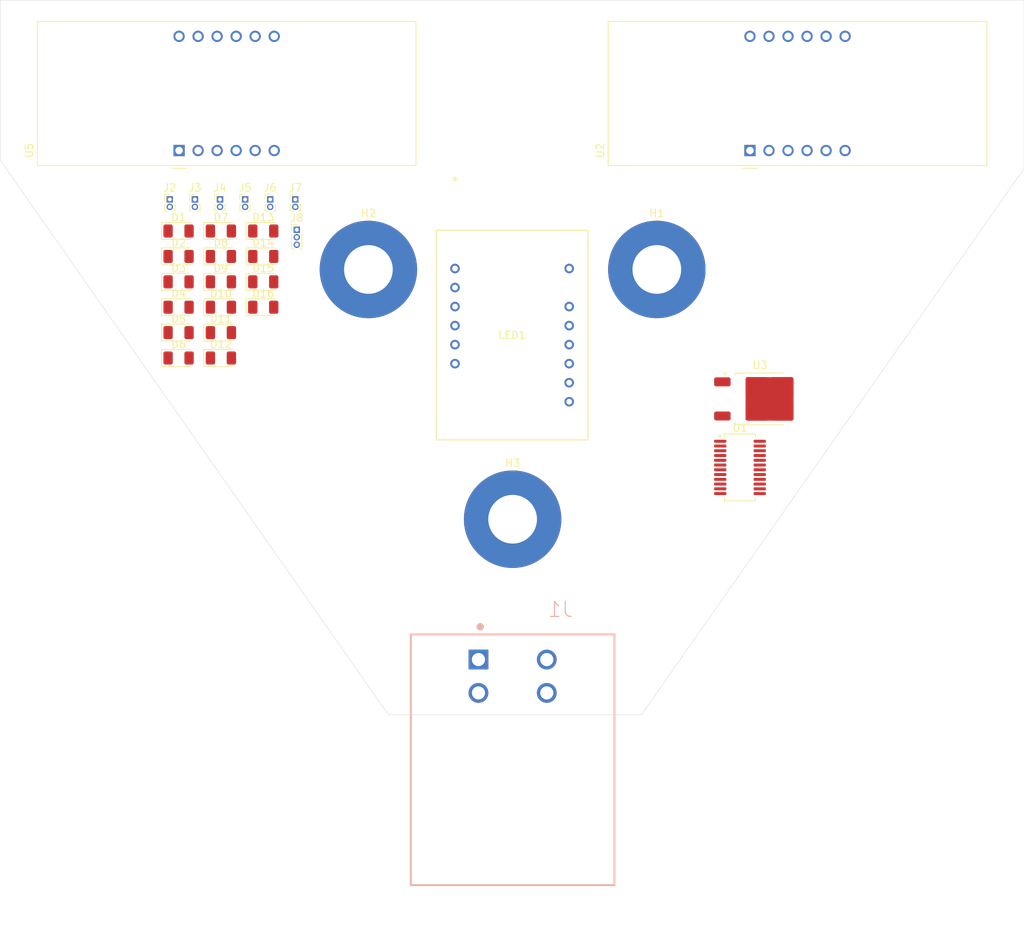
<source format=kicad_pcb>
(kicad_pcb (version 20240108) (generator "pcbnew") (generator_version "8.0")
  (layers (0 "F.Cu" signal) (31 "B.Cu" signal) (34 "B.Paste" user) (35 "F.Paste" user) (36 "B.SilkS" user "B.Silkscreen") (37 "F.SilkS" user "F.Silkscreen") (38 "B.Mask" user) (39 "F.Mask" user) (44 "Edge.Cuts" user))
  (net 0 "")
  (net 1 "/SEGE")
  (net 2 "+3.3V")
  (net 3 "/SEGDP")
  (net 5 "GND")
  (net 7 "/SEGD")
  (net 8 "/SEGC")
  (net 11 "/SEGB")
  (net 13 "/SEGF")
  (net 14 "/DIG0")
  (net 16 "/SEGG")
  (net 17 "/SEGA")
  (net 21 "Net-(D1-K)")
  (net 22 "+GLV")
  (net 23 "Net-(D15-A)")
  (net 24 "Net-(D14-A)")
  (net 25 "Net-(D13-A)")
  (net 26 "Net-(D12-A)")
  (net 27 "Net-(D11-A)")
  (net 28 "Net-(D10-A)")
  (net 29 "Net-(D8-K)")
  (net 30 "/RPM_IND7")
  (net 31 "/RPM_IND6")
  (net 32 "/RPM_IND5")
  (net 33 "/RPM_IND4")
  (net 34 "/RPM_IND3")
  (net 35 "/RPM_IND2")
  (net 36 "/RPM_IND1")
  (net 37 "/RPM_IND0")
  (net 38 "/CANH")
  (net 39 "/CANL")
  (net 55 "/DIG6")
  (net 56 "/DIG7")
  (net 57 "/DIG2")
  (net 58 "/DIG4")
  (net 59 "/DIG1")
  (net 60 "/DIG3")
  (net 61 "/DIG5")
  (footprint "LED_SMD:LED_1206_3216Metric" (layer "F.Cu") (at 82.801 99.578)
    (property "Reference" "D12" (at 0 -1.82 0) (layer "F.SilkS"))
    (property "Value" "LED")
    (fp_line (start -2.285 -1.135) (end -2.285 1.135) (stroke (width 0.12)) (layer "F.SilkS"))
    (fp_line (start -2.285 1.135) (end 1.6 1.135) (stroke (width 0.12)) (layer "F.SilkS"))
    (fp_line (start 1.6 -1.135) (end -2.285 -1.135) (stroke (width 0.12)) (layer "F.SilkS"))
    (pad "1" smd roundrect (at -1.4 0) (size 1.25 1.75) (layers "F.Cu" "F.Paste" "F.Mask") (roundrect_rratio 0.2) (net 33 "/RPM_IND4"))
    (pad "2" smd roundrect (at 1.4 0) (size 1.25 1.75) (layers "F.Cu" "F.Paste" "F.Mask") (roundrect_rratio 0.2) (net 26 "Net-(D12-A)"))
  )
  (footprint "Display_7Segment:CC56-12GWA" (layer "F.Cu") (at 77.216 71.882 90)
    (property "Reference" "U5" (at 0 -20.000001 90) (layer "F.SilkS"))
    (property "Value" "CC56-12GWA")
    (fp_line (start -2 -18.92) (end 17.24 -18.92) (stroke (width 0.12)) (layer "F.SilkS"))
    (fp_line (start -2 -18.92) (end -2 31.62) (stroke (width 0.12)) (layer "F.SilkS"))
    (fp_line (start -2.38 -1) (end -2.38 1) (stroke (width 0.12)) (layer "F.SilkS"))
    (fp_line (start 17.239999 31.62) (end 17.24 -18.92) (stroke (width 0.12)) (layer "F.SilkS"))
    (fp_line (start -2 31.62) (end 17.239999 31.62) (stroke (width 0.12)) (layer "F.SilkS"))
    (pad "1" thru_hole rect (at 0 0 90) (size 1.5 1.5) (drill 1) (layers "*.Cu" "*.Mask") (net 1 "/SEGE"))
    (pad "2" thru_hole circle (at 0 2.54 90) (size 1.5 1.5) (drill 1) (layers "*.Cu" "*.Mask") (net 7 "/SEGD"))
    (pad "3" thru_hole circle (at 0 5.079999 90) (size 1.5 1.5) (drill 1) (layers "*.Cu" "*.Mask") (net 3 "/SEGDP"))
    (pad "4" thru_hole circle (at 0 7.62 90) (size 1.5 1.5) (drill 1) (layers "*.Cu" "*.Mask") (net 8 "/SEGC"))
    (pad "5" thru_hole circle (at 0 10.16 90) (size 1.5 1.5) (drill 1) (layers "*.Cu" "*.Mask") (net 16 "/SEGG"))
    (pad "6" thru_hole circle (at 0 12.7 90) (size 1.5 1.5) (drill 1) (layers "*.Cu" "*.Mask") (net 60 "/DIG3"))
    (pad "7" thru_hole circle (at 15.24 12.7 90) (size 1.5 1.5) (drill 1) (layers "*.Cu" "*.Mask") (net 11 "/SEGB"))
    (pad "8" thru_hole circle (at 15.24 10.16 90) (size 1.5 1.5) (drill 1) (layers "*.Cu" "*.Mask") (net 57 "/DIG2"))
    (pad "9" thru_hole circle (at 15.24 7.62 90) (size 1.5 1.5) (drill 1) (layers "*.Cu" "*.Mask") (net 59 "/DIG1"))
    (pad "10" thru_hole circle (at 15.24 5.08 90) (size 1.5 1.5) (drill 1) (layers "*.Cu" "*.Mask") (net 13 "/SEGF"))
    (pad "11" thru_hole circle (at 15.24 2.54 90) (size 1.5 1.5) (drill 1) (layers "*.Cu" "*.Mask") (net 17 "/SEGA"))
    (pad "12" thru_hole circle (at 15.24 0 90) (size 1.5 1.5) (drill 1) (layers "*.Cu" "*.Mask") (net 14 "/DIG0"))
  )
  (footprint "Connector_PinHeader_1.00mm:PinHeader_1x02_P1.00mm_Vertical" (layer "F.Cu") (at 86.031 78.408)
    (property "Reference" "J5" (at 0 -1.56 0) (layer "F.SilkS"))
    (property "Value" "Start Button")
    (fp_line (start -0.695 -0.685) (end 0 -0.685) (stroke (width 0.12)) (layer "F.SilkS"))
    (fp_line (start -0.695 0) (end -0.695 -0.685) (stroke (width 0.12)) (layer "F.SilkS"))
    (fp_line (start -0.695 0.685) (end -0.695 1.56) (stroke (width 0.12)) (layer "F.SilkS"))
    (fp_line (start -0.695 0.685) (end -0.608276 0.685) (stroke (width 0.12)) (layer "F.SilkS"))
    (fp_line (start -0.695 1.56) (end -0.394493 1.56) (stroke (width 0.12)) (layer "F.SilkS"))
    (fp_line (start 0.394493 1.56) (end 0.695 1.56) (stroke (width 0.12)) (layer "F.SilkS"))
    (fp_line (start 0.608276 0.685) (end 0.695 0.685) (stroke (width 0.12)) (layer "F.SilkS"))
    (fp_line (start 0.695 0.685) (end 0.695 1.56) (stroke (width 0.12)) (layer "F.SilkS"))
    (pad "1" thru_hole rect (at 0 0) (size 0.85 0.85) (drill 0.5) (layers "*.Cu" "*.Mask"))
    (pad "2" thru_hole oval (at 0 1) (size 0.85 0.85) (drill 0.5) (layers "*.Cu" "*.Mask"))
  )
  (footprint "MountingHole:MountingHole_6.5mm_Pad" (layer "F.Cu") (at 102.489 87.757)
    (property "Reference" "H2" (at 0 -7.5 0) (layer "F.SilkS"))
    (property "Value" "MountingHole_Pad")
    (pad "1" thru_hole circle (at 0 0) (size 13 13) (drill 6.5) (layers "*.Cu" "*.Mask") (net 5 "GND"))
  )
  (footprint "LED_SMD:LED_1206_3216Metric" (layer "F.Cu") (at 77.151 89.408)
    (property "Reference" "D3" (at 0 -1.82 0) (layer "F.SilkS"))
    (property "Value" "LED")
    (fp_line (start -2.285 -1.135) (end -2.285 1.135) (stroke (width 0.12)) (layer "F.SilkS"))
    (fp_line (start -2.285 1.135) (end 1.6 1.135) (stroke (width 0.12)) (layer "F.SilkS"))
    (fp_line (start 1.6 -1.135) (end -2.285 -1.135) (stroke (width 0.12)) (layer "F.SilkS"))
    (pad "1" smd roundrect (at -1.4 0) (size 1.25 1.75) (layers "F.Cu" "F.Paste" "F.Mask") (roundrect_rratio 0.2) (net 24 "Net-(D14-A)"))
    (pad "2" smd roundrect (at 1.4 0) (size 1.25 1.75) (layers "F.Cu" "F.Paste" "F.Mask") (roundrect_rratio 0.2) (net 22 "+GLV"))
  )
  (footprint "LED_SMD:LED_1206_3216Metric" (layer "F.Cu") (at 88.451 82.628)
    (property "Reference" "D13" (at 0 -1.82 0) (layer "F.SilkS"))
    (property "Value" "LED")
    (fp_line (start -2.285 -1.135) (end -2.285 1.135) (stroke (width 0.12)) (layer "F.SilkS"))
    (fp_line (start -2.285 1.135) (end 1.6 1.135) (stroke (width 0.12)) (layer "F.SilkS"))
    (fp_line (start 1.6 -1.135) (end -2.285 -1.135) (stroke (width 0.12)) (layer "F.SilkS"))
    (pad "1" smd roundrect (at -1.4 0) (size 1.25 1.75) (layers "F.Cu" "F.Paste" "F.Mask") (roundrect_rratio 0.2) (net 34 "/RPM_IND3"))
    (pad "2" smd roundrect (at 1.4 0) (size 1.25 1.75) (layers "F.Cu" "F.Paste" "F.Mask") (roundrect_rratio 0.2) (net 25 "Net-(D13-A)"))
  )
  (footprint "Display_7Segment:CC56-12GWA" (layer "F.Cu") (at 153.416 71.882 90)
    (property "Reference" "U2" (at 0 -20.000001 90) (layer "F.SilkS"))
    (property "Value" "CC56-12GWA")
    (fp_line (start -2 -18.92) (end 17.24 -18.92) (stroke (width 0.12)) (layer "F.SilkS"))
    (fp_line (start -2 -18.92) (end -2 31.62) (stroke (width 0.12)) (layer "F.SilkS"))
    (fp_line (start -2.38 -1) (end -2.38 1) (stroke (width 0.12)) (layer "F.SilkS"))
    (fp_line (start 17.239999 31.62) (end 17.24 -18.92) (stroke (width 0.12)) (layer "F.SilkS"))
    (fp_line (start -2 31.62) (end 17.239999 31.62) (stroke (width 0.12)) (layer "F.SilkS"))
    (pad "1" thru_hole rect (at 0 0 90) (size 1.5 1.5) (drill 1) (layers "*.Cu" "*.Mask") (net 1 "/SEGE"))
    (pad "2" thru_hole circle (at 0 2.54 90) (size 1.5 1.5) (drill 1) (layers "*.Cu" "*.Mask") (net 7 "/SEGD"))
    (pad "3" thru_hole circle (at 0 5.079999 90) (size 1.5 1.5) (drill 1) (layers "*.Cu" "*.Mask") (net 3 "/SEGDP"))
    (pad "4" thru_hole circle (at 0 7.62 90) (size 1.5 1.5) (drill 1) (layers "*.Cu" "*.Mask") (net 8 "/SEGC"))
    (pad "5" thru_hole circle (at 0 10.16 90) (size 1.5 1.5) (drill 1) (layers "*.Cu" "*.Mask") (net 16 "/SEGG"))
    (pad "6" thru_hole circle (at 0 12.7 90) (size 1.5 1.5) (drill 1) (layers "*.Cu" "*.Mask") (net 56 "/DIG7"))
    (pad "7" thru_hole circle (at 15.24 12.7 90) (size 1.5 1.5) (drill 1) (layers "*.Cu" "*.Mask") (net 11 "/SEGB"))
    (pad "8" thru_hole circle (at 15.24 10.16 90) (size 1.5 1.5) (drill 1) (layers "*.Cu" "*.Mask") (net 55 "/DIG6"))
    (pad "9" thru_hole circle (at 15.24 7.62 90) (size 1.5 1.5) (drill 1) (layers "*.Cu" "*.Mask") (net 61 "/DIG5"))
    (pad "10" thru_hole circle (at 15.24 5.08 90) (size 1.5 1.5) (drill 1) (layers "*.Cu" "*.Mask") (net 13 "/SEGF"))
    (pad "11" thru_hole circle (at 15.24 2.54 90) (size 1.5 1.5) (drill 1) (layers "*.Cu" "*.Mask") (net 17 "/SEGA"))
    (pad "12" thru_hole circle (at 15.24 0 90) (size 1.5 1.5) (drill 1) (layers "*.Cu" "*.Mask") (net 58 "/DIG4"))
  )
  (footprint "Connector_PinHeader_1.00mm:PinHeader_1x02_P1.00mm_Vertical" (layer "F.Cu") (at 75.981 78.408)
    (property "Reference" "J2" (at 0 -1.56 0) (layer "F.SilkS"))
    (property "Value" "Upshift Paddle")
    (fp_line (start -0.695 -0.685) (end 0 -0.685) (stroke (width 0.12)) (layer "F.SilkS"))
    (fp_line (start -0.695 0) (end -0.695 -0.685) (stroke (width 0.12)) (layer "F.SilkS"))
    (fp_line (start -0.695 0.685) (end -0.695 1.56) (stroke (width 0.12)) (layer "F.SilkS"))
    (fp_line (start -0.695 0.685) (end -0.608276 0.685) (stroke (width 0.12)) (layer "F.SilkS"))
    (fp_line (start -0.695 1.56) (end -0.394493 1.56) (stroke (width 0.12)) (layer "F.SilkS"))
    (fp_line (start 0.394493 1.56) (end 0.695 1.56) (stroke (width 0.12)) (layer "F.SilkS"))
    (fp_line (start 0.608276 0.685) (end 0.695 0.685) (stroke (width 0.12)) (layer "F.SilkS"))
    (fp_line (start 0.695 0.685) (end 0.695 1.56) (stroke (width 0.12)) (layer "F.SilkS"))
    (pad "1" thru_hole rect (at 0 0) (size 0.85 0.85) (drill 0.5) (layers "*.Cu" "*.Mask"))
    (pad "2" thru_hole oval (at 0 1) (size 0.85 0.85) (drill 0.5) (layers "*.Cu" "*.Mask"))
  )
  (footprint "LED_SMD:LED_1206_3216Metric" (layer "F.Cu") (at 82.801 82.628)
    (property "Reference" "D7" (at 0 -1.82 0) (layer "F.SilkS"))
    (property "Value" "LED")
    (fp_line (start -2.285 -1.135) (end -2.285 1.135) (stroke (width 0.12)) (layer "F.SilkS"))
    (fp_line (start -2.285 1.135) (end 1.6 1.135) (stroke (width 0.12)) (layer "F.SilkS"))
    (fp_line (start 1.6 -1.135) (end -2.285 -1.135) (stroke (width 0.12)) (layer "F.SilkS"))
    (pad "1" smd roundrect (at -1.4 0) (size 1.25 1.75) (layers "F.Cu" "F.Paste" "F.Mask") (roundrect_rratio 0.2) (net 28 "Net-(D10-A)"))
    (pad "2" smd roundrect (at 1.4 0) (size 1.25 1.75) (layers "F.Cu" "F.Paste" "F.Mask") (roundrect_rratio 0.2) (net 22 "+GLV"))
  )
  (footprint "Connector_PinHeader_1.00mm:PinHeader_1x03_P1.00mm_Vertical" (layer "F.Cu") (at 92.931 82.458)
    (property "Reference" "J8" (at 0 -1.56 0) (layer "F.SilkS"))
    (property "Value" "Selection Knob")
    (fp_line (start -0.695 -0.685) (end 0 -0.685) (stroke (width 0.12)) (layer "F.SilkS"))
    (fp_line (start -0.695 0) (end -0.695 -0.685) (stroke (width 0.12)) (layer "F.SilkS"))
    (fp_line (start -0.695 0.685) (end -0.695 2.56) (stroke (width 0.12)) (layer "F.SilkS"))
    (fp_line (start -0.695 0.685) (end -0.608276 0.685) (stroke (width 0.12)) (layer "F.SilkS"))
    (fp_line (start -0.695 2.56) (end -0.394493 2.56) (stroke (width 0.12)) (layer "F.SilkS"))
    (fp_line (start 0.394493 2.56) (end 0.695 2.56) (stroke (width 0.12)) (layer "F.SilkS"))
    (fp_line (start 0.608276 0.685) (end 0.695 0.685) (stroke (width 0.12)) (layer "F.SilkS"))
    (fp_line (start 0.695 0.685) (end 0.695 2.56) (stroke (width 0.12)) (layer "F.SilkS"))
    (pad "1" thru_hole rect (at 0 0) (size 0.85 0.85) (drill 0.5) (layers "*.Cu" "*.Mask"))
    (pad "2" thru_hole oval (at 0 1) (size 0.85 0.85) (drill 0.5) (layers "*.Cu" "*.Mask"))
    (pad "3" thru_hole oval (at 0 2) (size 0.85 0.85) (drill 0.5) (layers "*.Cu" "*.Mask"))
  )
  (footprint "Connector_PinHeader_1.00mm:PinHeader_1x02_P1.00mm_Vertical" (layer "F.Cu") (at 92.731 78.408)
    (property "Reference" "J7" (at 0 -1.56 0) (layer "F.SilkS"))
    (property "Value" "Unused Button 2")
    (fp_line (start -0.695 -0.685) (end 0 -0.685) (stroke (width 0.12)) (layer "F.SilkS"))
    (fp_line (start -0.695 0) (end -0.695 -0.685) (stroke (width 0.12)) (layer "F.SilkS"))
    (fp_line (start -0.695 0.685) (end -0.695 1.56) (stroke (width 0.12)) (layer "F.SilkS"))
    (fp_line (start -0.695 0.685) (end -0.608276 0.685) (stroke (width 0.12)) (layer "F.SilkS"))
    (fp_line (start -0.695 1.56) (end -0.394493 1.56) (stroke (width 0.12)) (layer "F.SilkS"))
    (fp_line (start 0.394493 1.56) (end 0.695 1.56) (stroke (width 0.12)) (layer "F.SilkS"))
    (fp_line (start 0.608276 0.685) (end 0.695 0.685) (stroke (width 0.12)) (layer "F.SilkS"))
    (fp_line (start 0.695 0.685) (end 0.695 1.56) (stroke (width 0.12)) (layer "F.SilkS"))
    (pad "1" thru_hole rect (at 0 0) (size 0.85 0.85) (drill 0.5) (layers "*.Cu" "*.Mask"))
    (pad "2" thru_hole oval (at 0 1) (size 0.85 0.85) (drill 0.5) (layers "*.Cu" "*.Mask"))
  )
  (footprint "LDS_C814RI:LDS-C814RI_LUM" (layer "F.Cu") (at 114.046 87.63)
    (property "Reference" "LED1" (at 7.62 8.89 0) (layer "F.SilkS"))
    (property "Value" "LDS-C814RI")
    (fp_line (start -2.5019 -5.0927) (end -2.5019 22.8727) (stroke (width 0.1524)) (layer "F.SilkS"))
    (fp_line (start -2.5019 22.8727) (end 17.7419 22.8727) (stroke (width 0.1524)) (layer "F.SilkS"))
    (fp_line (start 17.7419 -5.0927) (end -2.5019 -5.0927) (stroke (width 0.1524)) (layer "F.SilkS"))
    (fp_line (start 17.7419 22.8727) (end 17.7419 -5.0927) (stroke (width 0.1524)) (layer "F.SilkS"))
    (fp_text user "*" (at 0 -11.624734 0) (layer "F.SilkS"))
    (fp_text user "*" (at 0 -11.624734 0) (layer "F.SilkS"))
    (pad "1" thru_hole circle (at 0 0) (size 1.27 1.27) (drill 0.762) (layers "*.Cu" "*.Mask"))
    (pad "2" thru_hole circle (at 0 2.54) (size 1.27 1.27) (drill 0.762) (layers "*.Cu" "*.Mask"))
    (pad "3" thru_hole circle (at 0 5.08) (size 1.27 1.27) (drill 0.762) (layers "*.Cu" "*.Mask"))
    (pad "4" thru_hole circle (at 0 7.62) (size 1.27 1.27) (drill 0.762) (layers "*.Cu" "*.Mask"))
    (pad "5" thru_hole circle (at 0 10.16) (size 1.27 1.27) (drill 0.762) (layers "*.Cu" "*.Mask"))
    (pad "6" thru_hole circle (at 0 12.7) (size 1.27 1.27) (drill 0.762) (layers "*.Cu" "*.Mask"))
    (pad "9" thru_hole circle (at 15.24 17.78) (size 1.27 1.27) (drill 0.762) (layers "*.Cu" "*.Mask"))
    (pad "10" thru_hole circle (at 15.24 15.24) (size 1.27 1.27) (drill 0.762) (layers "*.Cu" "*.Mask"))
    (pad "11" thru_hole circle (at 15.24 12.7) (size 1.27 1.27) (drill 0.762) (layers "*.Cu" "*.Mask"))
    (pad "12" thru_hole circle (at 15.24 10.16) (size 1.27 1.27) (drill 0.762) (layers "*.Cu" "*.Mask"))
    (pad "13" thru_hole circle (at 15.24 7.62) (size 1.27 1.27) (drill 0.762) (layers "*.Cu" "*.Mask"))
    (pad "14" thru_hole circle (at 15.24 5.08) (size 1.27 1.27) (drill 0.762) (layers "*.Cu" "*.Mask"))
    (pad "16" thru_hole circle (at 15.24 0) (size 1.27 1.27) (drill 0.762) (layers "*.Cu" "*.Mask"))
  )
  (footprint "LED_SMD:LED_1206_3216Metric" (layer "F.Cu") (at 88.451 86.018)
    (property "Reference" "D14" (at 0 -1.82 0) (layer "F.SilkS"))
    (property "Value" "LED")
    (fp_line (start -2.285 -1.135) (end -2.285 1.135) (stroke (width 0.12)) (layer "F.SilkS"))
    (fp_line (start -2.285 1.135) (end 1.6 1.135) (stroke (width 0.12)) (layer "F.SilkS"))
    (fp_line (start 1.6 -1.135) (end -2.285 -1.135) (stroke (width 0.12)) (layer "F.SilkS"))
    (pad "1" smd roundrect (at -1.4 0) (size 1.25 1.75) (layers "F.Cu" "F.Paste" "F.Mask") (roundrect_rratio 0.2) (net 35 "/RPM_IND2"))
    (pad "2" smd roundrect (at 1.4 0) (size 1.25 1.75) (layers "F.Cu" "F.Paste" "F.Mask") (roundrect_rratio 0.2) (net 24 "Net-(D14-A)"))
  )
  (footprint "LED_SMD:LED_1206_3216Metric" (layer "F.Cu") (at 77.151 82.628)
    (property "Reference" "D1" (at 0 -1.82 0) (layer "F.SilkS"))
    (property "Value" "LED")
    (fp_line (start -2.285 -1.135) (end -2.285 1.135) (stroke (width 0.12)) (layer "F.SilkS"))
    (fp_line (start -2.285 1.135) (end 1.6 1.135) (stroke (width 0.12)) (layer "F.SilkS"))
    (fp_line (start 1.6 -1.135) (end -2.285 -1.135) (stroke (width 0.12)) (layer "F.SilkS"))
    (pad "1" smd roundrect (at -1.4 0) (size 1.25 1.75) (layers "F.Cu" "F.Paste" "F.Mask") (roundrect_rratio 0.2) (net 21 "Net-(D1-K)"))
    (pad "2" smd roundrect (at 1.4 0) (size 1.25 1.75) (layers "F.Cu" "F.Paste" "F.Mask") (roundrect_rratio 0.2) (net 22 "+GLV"))
  )
  (footprint "LED_SMD:LED_1206_3216Metric" (layer "F.Cu") (at 82.801 86.018)
    (property "Reference" "D8" (at 0 -1.82 0) (layer "F.SilkS"))
    (property "Value" "LED")
    (fp_line (start -2.285 -1.135) (end -2.285 1.135) (stroke (width 0.12)) (layer "F.SilkS"))
    (fp_line (start -2.285 1.135) (end 1.6 1.135) (stroke (width 0.12)) (layer "F.SilkS"))
    (fp_line (start 1.6 -1.135) (end -2.285 -1.135) (stroke (width 0.12)) (layer "F.SilkS"))
    (pad "1" smd roundrect (at -1.4 0) (size 1.25 1.75) (layers "F.Cu" "F.Paste" "F.Mask") (roundrect_rratio 0.2) (net 29 "Net-(D8-K)"))
    (pad "2" smd roundrect (at 1.4 0) (size 1.25 1.75) (layers "F.Cu" "F.Paste" "F.Mask") (roundrect_rratio 0.2) (net 22 "+GLV"))
  )
  (footprint "LED_SMD:LED_1206_3216Metric" (layer "F.Cu") (at 77.151 96.188)
    (property "Reference" "D5" (at 0 -1.82 0) (layer "F.SilkS"))
    (property "Value" "LED")
    (fp_line (start -2.285 -1.135) (end -2.285 1.135) (stroke (width 0.12)) (layer "F.SilkS"))
    (fp_line (start -2.285 1.135) (end 1.6 1.135) (stroke (width 0.12)) (layer "F.SilkS"))
    (fp_line (start 1.6 -1.135) (end -2.285 -1.135) (stroke (width 0.12)) (layer "F.SilkS"))
    (pad "1" smd roundrect (at -1.4 0) (size 1.25 1.75) (layers "F.Cu" "F.Paste" "F.Mask") (roundrect_rratio 0.2) (net 26 "Net-(D12-A)"))
    (pad "2" smd roundrect (at 1.4 0) (size 1.25 1.75) (layers "F.Cu" "F.Paste" "F.Mask") (roundrect_rratio 0.2) (net 22 "+GLV"))
  )
  (footprint "Connector_PinHeader_1.00mm:PinHeader_1x02_P1.00mm_Vertical" (layer "F.Cu") (at 89.381 78.408)
    (property "Reference" "J6" (at 0 -1.56 0) (layer "F.SilkS"))
    (property "Value" "Unused Button 1")
    (fp_line (start -0.695 -0.685) (end 0 -0.685) (stroke (width 0.12)) (layer "F.SilkS"))
    (fp_line (start -0.695 0) (end -0.695 -0.685) (stroke (width 0.12)) (layer "F.SilkS"))
    (fp_line (start -0.695 0.685) (end -0.695 1.56) (stroke (width 0.12)) (layer "F.SilkS"))
    (fp_line (start -0.695 0.685) (end -0.608276 0.685) (stroke (width 0.12)) (layer "F.SilkS"))
    (fp_line (start -0.695 1.56) (end -0.394493 1.56) (stroke (width 0.12)) (layer "F.SilkS"))
    (fp_line (start 0.394493 1.56) (end 0.695 1.56) (stroke (width 0.12)) (layer "F.SilkS"))
    (fp_line (start 0.608276 0.685) (end 0.695 0.685) (stroke (width 0.12)) (layer "F.SilkS"))
    (fp_line (start 0.695 0.685) (end 0.695 1.56) (stroke (width 0.12)) (layer "F.SilkS"))
    (pad "1" thru_hole rect (at 0 0) (size 0.85 0.85) (drill 0.5) (layers "*.Cu" "*.Mask"))
    (pad "2" thru_hole oval (at 0 1) (size 0.85 0.85) (drill 0.5) (layers "*.Cu" "*.Mask"))
  )
  (footprint "LED_SMD:LED_1206_3216Metric" (layer "F.Cu") (at 88.451 92.798)
    (property "Reference" "D16" (at 0 -1.82 0) (layer "F.SilkS"))
    (property "Value" "LED")
    (fp_line (start -2.285 -1.135) (end -2.285 1.135) (stroke (width 0.12)) (layer "F.SilkS"))
    (fp_line (start -2.285 1.135) (end 1.6 1.135) (stroke (width 0.12)) (layer "F.SilkS"))
    (fp_line (start 1.6 -1.135) (end -2.285 -1.135) (stroke (width 0.12)) (layer "F.SilkS"))
    (pad "1" smd roundrect (at -1.4 0) (size 1.25 1.75) (layers "F.Cu" "F.Paste" "F.Mask") (roundrect_rratio 0.2) (net 37 "/RPM_IND0"))
    (pad "2" smd roundrect (at 1.4 0) (size 1.25 1.75) (layers "F.Cu" "F.Paste" "F.Mask") (roundrect_rratio 0.2) (net 21 "Net-(D1-K)"))
  )
  (footprint "Connector_PinHeader_1.00mm:PinHeader_1x02_P1.00mm_Vertical" (layer "F.Cu") (at 79.331 78.408)
    (property "Reference" "J3" (at 0 -1.56 0) (layer "F.SilkS"))
    (property "Value" "Downshift Paddle")
    (fp_line (start -0.695 -0.685) (end 0 -0.685) (stroke (width 0.12)) (layer "F.SilkS"))
    (fp_line (start -0.695 0) (end -0.695 -0.685) (stroke (width 0.12)) (layer "F.SilkS"))
    (fp_line (start -0.695 0.685) (end -0.695 1.56) (stroke (width 0.12)) (layer "F.SilkS"))
    (fp_line (start -0.695 0.685) (end -0.608276 0.685) (stroke (width 0.12)) (layer "F.SilkS"))
    (fp_line (start -0.695 1.56) (end -0.394493 1.56) (stroke (width 0.12)) (layer "F.SilkS"))
    (fp_line (start 0.394493 1.56) (end 0.695 1.56) (stroke (width 0.12)) (layer "F.SilkS"))
    (fp_line (start 0.608276 0.685) (end 0.695 0.685) (stroke (width 0.12)) (layer "F.SilkS"))
    (fp_line (start 0.695 0.685) (end 0.695 1.56) (stroke (width 0.12)) (layer "F.SilkS"))
    (pad "1" thru_hole rect (at 0 0) (size 0.85 0.85) (drill 0.5) (layers "*.Cu" "*.Mask"))
    (pad "2" thru_hole oval (at 0 1) (size 0.85 0.85) (drill 0.5) (layers "*.Cu" "*.Mask"))
  )
  (footprint "LED_SMD:LED_1206_3216Metric" (layer "F.Cu") (at 77.151 86.018)
    (property "Reference" "D2" (at 0 -1.82 0) (layer "F.SilkS"))
    (property "Value" "LED")
    (fp_line (start -2.285 -1.135) (end -2.285 1.135) (stroke (width 0.12)) (layer "F.SilkS"))
    (fp_line (start -2.285 1.135) (end 1.6 1.135) (stroke (width 0.12)) (layer "F.SilkS"))
    (fp_line (start 1.6 -1.135) (end -2.285 -1.135) (stroke (width 0.12)) (layer "F.SilkS"))
    (pad "1" smd roundrect (at -1.4 0) (size 1.25 1.75) (layers "F.Cu" "F.Paste" "F.Mask") (roundrect_rratio 0.2) (net 23 "Net-(D15-A)"))
    (pad "2" smd roundrect (at 1.4 0) (size 1.25 1.75) (layers "F.Cu" "F.Paste" "F.Mask") (roundrect_rratio 0.2) (net 22 "+GLV"))
  )
  (footprint "LED_SMD:LED_1206_3216Metric" (layer "F.Cu") (at 88.451 89.408)
    (property "Reference" "D15" (at 0 -1.82 0) (layer "F.SilkS"))
    (property "Value" "LED")
    (fp_line (start -2.285 -1.135) (end -2.285 1.135) (stroke (width 0.12)) (layer "F.SilkS"))
    (fp_line (start -2.285 1.135) (end 1.6 1.135) (stroke (width 0.12)) (layer "F.SilkS"))
    (fp_line (start 1.6 -1.135) (end -2.285 -1.135) (stroke (width 0.12)) (layer "F.SilkS"))
    (pad "1" smd roundrect (at -1.4 0) (size 1.25 1.75) (layers "F.Cu" "F.Paste" "F.Mask") (roundrect_rratio 0.2) (net 36 "/RPM_IND1"))
    (pad "2" smd roundrect (at 1.4 0) (size 1.25 1.75) (layers "F.Cu" "F.Paste" "F.Mask") (roundrect_rratio 0.2) (net 23 "Net-(D15-A)"))
  )
  (footprint "LED_SMD:LED_1206_3216Metric" (layer "F.Cu") (at 77.151 99.578)
    (property "Reference" "D6" (at 0 -1.82 0) (layer "F.SilkS"))
    (property "Value" "LED")
    (fp_line (start -2.285 -1.135) (end -2.285 1.135) (stroke (width 0.12)) (layer "F.SilkS"))
    (fp_line (start -2.285 1.135) (end 1.6 1.135) (stroke (width 0.12)) (layer "F.SilkS"))
    (fp_line (start 1.6 -1.135) (end -2.285 -1.135) (stroke (width 0.12)) (layer "F.SilkS"))
    (pad "1" smd roundrect (at -1.4 0) (size 1.25 1.75) (layers "F.Cu" "F.Paste" "F.Mask") (roundrect_rratio 0.2) (net 27 "Net-(D11-A)"))
    (pad "2" smd roundrect (at 1.4 0) (size 1.25 1.75) (layers "F.Cu" "F.Paste" "F.Mask") (roundrect_rratio 0.2) (net 22 "+GLV"))
  )
  (footprint "Package_TO_SOT_SMD:TO-252-2" (layer "F.Cu") (at 154.773 105.035)
    (property "Reference" "U3" (at 0 -4.5 0) (layer "F.SilkS"))
    (property "Value" "AMS1117-5.0")
    (fp_line (start -3.31 -3.45) (end -3.31 -3.18) (stroke (width 0.12)) (layer "F.SilkS"))
    (fp_line (start -3.31 3.45) (end -3.31 3.18) (stroke (width 0.12)) (layer "F.SilkS"))
    (fp_line (start 3.11 -3.45) (end -3.31 -3.45) (stroke (width 0.12)) (layer "F.SilkS"))
    (fp_line (start 3.11 3.45) (end -3.31 3.45) (stroke (width 0.12)) (layer "F.SilkS"))
    (fp_poly (pts (xy -4.73 -3.14) (xy -4.97 -3.47) (xy -4.49 -3.47) (xy -4.73 -3.14)) (stroke (width 0.12)) (fill solid) (layer "F.SilkS"))
    (pad "1" smd roundrect (at -5.04 -2.28) (size 2.2 1.2) (layers "F.Cu" "F.Paste" "F.Mask") (roundrect_rratio 0.208333))
    (pad "2" smd roundrect (at -0.415 -1.525) (size 3.05 2.75) (layers "F.Cu" "F.Paste") (roundrect_rratio 0.090909))
    (pad "2" smd roundrect (at -0.415 1.525) (size 3.05 2.75) (layers "F.Cu" "F.Paste") (roundrect_rratio 0.090909))
    (pad "2" smd roundrect (at 1.26 0) (size 6.4 5.8) (layers "F.Cu" "F.Mask") (roundrect_rratio 0.043103))
    (pad "2" smd roundrect (at 2.935 -1.525) (size 3.05 2.75) (layers "F.Cu" "F.Paste") (roundrect_rratio 0.090909))
    (pad "2" smd roundrect (at 2.935 1.525) (size 3.05 2.75) (layers "F.Cu" "F.Paste") (roundrect_rratio 0.090909))
    (pad "3" smd roundrect (at -5.04 2.28) (size 2.2 1.2) (layers "F.Cu" "F.Paste" "F.Mask") (roundrect_rratio 0.208333))
  )
  (footprint "LED_SMD:LED_1206_3216Metric" (layer "F.Cu") (at 82.801 96.188)
    (property "Reference" "D11" (at 0 -1.82 0) (layer "F.SilkS"))
    (property "Value" "LED")
    (fp_line (start -2.285 -1.135) (end -2.285 1.135) (stroke (width 0.12)) (layer "F.SilkS"))
    (fp_line (start -2.285 1.135) (end 1.6 1.135) (stroke (width 0.12)) (layer "F.SilkS"))
    (fp_line (start 1.6 -1.135) (end -2.285 -1.135) (stroke (width 0.12)) (layer "F.SilkS"))
    (pad "1" smd roundrect (at -1.4 0) (size 1.25 1.75) (layers "F.Cu" "F.Paste" "F.Mask") (roundrect_rratio 0.2) (net 32 "/RPM_IND5"))
    (pad "2" smd roundrect (at 1.4 0) (size 1.25 1.75) (layers "F.Cu" "F.Paste" "F.Mask") (roundrect_rratio 0.2) (net 27 "Net-(D11-A)"))
  )
  (footprint "Connector_PinHeader_1.00mm:PinHeader_1x02_P1.00mm_Vertical" (layer "F.Cu") (at 82.681 78.408)
    (property "Reference" "J4" (at 0 -1.56 0) (layer "F.SilkS"))
    (property "Value" "Neutral Button")
    (fp_line (start -0.695 -0.685) (end 0 -0.685) (stroke (width 0.12)) (layer "F.SilkS"))
    (fp_line (start -0.695 0) (end -0.695 -0.685) (stroke (width 0.12)) (layer "F.SilkS"))
    (fp_line (start -0.695 0.685) (end -0.695 1.56) (stroke (width 0.12)) (layer "F.SilkS"))
    (fp_line (start -0.695 0.685) (end -0.608276 0.685) (stroke (width 0.12)) (layer "F.SilkS"))
    (fp_line (start -0.695 1.56) (end -0.394493 1.56) (stroke (width 0.12)) (layer "F.SilkS"))
    (fp_line (start 0.394493 1.56) (end 0.695 1.56) (stroke (width 0.12)) (layer "F.SilkS"))
    (fp_line (start 0.608276 0.685) (end 0.695 0.685) (stroke (width 0.12)) (layer "F.SilkS"))
    (fp_line (start 0.695 0.685) (end 0.695 1.56) (stroke (width 0.12)) (layer "F.SilkS"))
    (pad "1" thru_hole rect (at 0 0) (size 0.85 0.85) (drill 0.5) (layers "*.Cu" "*.Mask"))
    (pad "2" thru_hole oval (at 0 1) (size 0.85 0.85) (drill 0.5) (layers "*.Cu" "*.Mask"))
  )
  (footprint "MountingHole:MountingHole_6.5mm_Pad" (layer "F.Cu") (at 140.98383 87.757)
    (property "Reference" "H1" (at 0 -7.5 0) (layer "F.SilkS"))
    (property "Value" "MountingHole_Pad")
    (pad "1" thru_hole circle (at 0 0) (size 13 13) (drill 6.5) (layers "*.Cu" "*.Mask") (net 5 "GND"))
  )
  (footprint "MountingHole:MountingHole_6.5mm_Pad" (layer "F.Cu") (at 121.736415 121.0945)
    (property "Reference" "H3" (at 0 -7.5 0) (layer "F.SilkS"))
    (property "Value" "MountingHole_Pad")
    (pad "1" thru_hole circle (at 0 0) (size 13 13) (drill 6.5) (layers "*.Cu" "*.Mask") (net 5 "GND"))
  )
  (footprint "LED_SMD:LED_1206_3216Metric" (layer "F.Cu") (at 77.151 92.798)
    (property "Reference" "D4" (at 0 -1.82 0) (layer "F.SilkS"))
    (property "Value" "LED")
    (fp_line (start -2.285 -1.135) (end -2.285 1.135) (stroke (width 0.12)) (layer "F.SilkS"))
    (fp_line (start -2.285 1.135) (end 1.6 1.135) (stroke (width 0.12)) (layer "F.SilkS"))
    (fp_line (start 1.6 -1.135) (end -2.285 -1.135) (stroke (width 0.12)) (layer "F.SilkS"))
    (pad "1" smd roundrect (at -1.4 0) (size 1.25 1.75) (layers "F.Cu" "F.Paste" "F.Mask") (roundrect_rratio 0.2) (net 25 "Net-(D13-A)"))
    (pad "2" smd roundrect (at 1.4 0) (size 1.25 1.75) (layers "F.Cu" "F.Paste" "F.Mask") (roundrect_rratio 0.2) (net 22 "+GLV"))
  )
  (footprint "LED_SMD:LED_1206_3216Metric" (layer "F.Cu") (at 82.801 89.408)
    (property "Reference" "D9" (at 0 -1.82 0) (layer "F.SilkS"))
    (property "Value" "LED")
    (fp_line (start -2.285 -1.135) (end -2.285 1.135) (stroke (width 0.12)) (layer "F.SilkS"))
    (fp_line (start -2.285 1.135) (end 1.6 1.135) (stroke (width 0.12)) (layer "F.SilkS"))
    (fp_line (start 1.6 -1.135) (end -2.285 -1.135) (stroke (width 0.12)) (layer "F.SilkS"))
    (pad "1" smd roundrect (at -1.4 0) (size 1.25 1.75) (layers "F.Cu" "F.Paste" "F.Mask") (roundrect_rratio 0.2) (net 30 "/RPM_IND7"))
    (pad "2" smd roundrect (at 1.4 0) (size 1.25 1.75) (layers "F.Cu" "F.Paste" "F.Mask") (roundrect_rratio 0.2) (net 29 "Net-(D8-K)"))
  )
  (footprint "Package_SO:QSOP-24_3.9x8.7mm_P0.635mm" (layer "F.Cu") (at 152.083 114.18)
    (property "Reference" "U1" (at 0 -5.3 0) (layer "F.SilkS"))
    (property "Value" "AS1115-BSST")
    (fp_line (start -2.06 -4.46) (end -2.06 -3.9525) (stroke (width 0.12)) (layer "F.SilkS"))
    (fp_line (start -2.06 4.46) (end -2.06 3.9525) (stroke (width 0.12)) (layer "F.SilkS"))
    (fp_line (start 0 -4.46) (end -2.06 -4.46) (stroke (width 0.12)) (layer "F.SilkS"))
    (fp_line (start 0 -4.46) (end 2.06 -4.46) (stroke (width 0.12)) (layer "F.SilkS"))
    (fp_line (start 0 4.46) (end -2.06 4.46) (stroke (width 0.12)) (layer "F.SilkS"))
    (fp_line (start 0 4.46) (end 2.06 4.46) (stroke (width 0.12)) (layer "F.SilkS"))
    (fp_line (start 2.06 -4.46) (end 2.06 -3.9525) (stroke (width 0.12)) (layer "F.SilkS"))
    (fp_line (start 2.06 4.46) (end 2.06 3.9525) (stroke (width 0.12)) (layer "F.SilkS"))
    (fp_poly (pts (xy -2.7 -3.9525) (xy -2.94 -4.2825) (xy -2.46 -4.2825) (xy -2.7 -3.9525)) (stroke (width 0.12)) (fill solid) (layer "F.SilkS"))
    (pad "1" smd roundrect (at -2.6375 -3.4925) (size 1.625 0.4) (layers "F.Cu" "F.Paste" "F.Mask"))
    (pad "2" smd roundrect (at -2.6375 -2.8575) (size 1.625 0.4) (layers "F.Cu" "F.Paste" "F.Mask") (net 14 "/DIG0"))
    (pad "3" smd roundrect (at -2.6375 -2.2225) (size 1.625 0.4) (layers "F.Cu" "F.Paste" "F.Mask") (net 59 "/DIG1"))
    (pad "4" smd roundrect (at -2.6375 -1.5875) (size 1.625 0.4) (layers "F.Cu" "F.Paste" "F.Mask") (net 57 "/DIG2"))
    (pad "5" smd roundrect (at -2.6375 -0.9525) (size 1.625 0.4) (layers "F.Cu" "F.Paste" "F.Mask") (net 60 "/DIG3"))
    (pad "6" smd roundrect (at -2.6375 -0.3175) (size 1.625 0.4) (layers "F.Cu" "F.Paste" "F.Mask") (net 5 "GND"))
    (pad "7" smd roundrect (at -2.6375 0.3175) (size 1.625 0.4) (layers "F.Cu" "F.Paste" "F.Mask") (net 58 "/DIG4"))
    (pad "8" smd roundrect (at -2.6375 0.9525) (size 1.625 0.4) (layers "F.Cu" "F.Paste" "F.Mask") (net 61 "/DIG5"))
    (pad "9" smd roundrect (at -2.6375 1.5875) (size 1.625 0.4) (layers "F.Cu" "F.Paste" "F.Mask") (net 55 "/DIG6"))
    (pad "10" smd roundrect (at -2.6375 2.2225) (size 1.625 0.4) (layers "F.Cu" "F.Paste" "F.Mask") (net 56 "/DIG7"))
    (pad "11" smd roundrect (at -2.6375 2.8575) (size 1.625 0.4) (layers "F.Cu" "F.Paste" "F.Mask"))
    (pad "12" smd roundrect (at -2.6375 3.4925) (size 1.625 0.4) (layers "F.Cu" "F.Paste" "F.Mask"))
    (pad "13" smd roundrect (at 2.6375 3.4925) (size 1.625 0.4) (layers "F.Cu" "F.Paste" "F.Mask"))
    (pad "14" smd roundrect (at 2.6375 2.8575) (size 1.625 0.4) (layers "F.Cu" "F.Paste" "F.Mask"))
    (pad "15" smd roundrect (at 2.6375 2.2225) (size 1.625 0.4) (layers "F.Cu" "F.Paste" "F.Mask") (net 17 "/SEGA"))
    (pad "16" smd roundrect (at 2.6375 1.5875) (size 1.625 0.4) (layers "F.Cu" "F.Paste" "F.Mask") (net 13 "/SEGF"))
    (pad "17" smd roundrect (at 2.6375 0.9525) (size 1.625 0.4) (layers "F.Cu" "F.Paste" "F.Mask") (net 11 "/SEGB"))
    (pad "18" smd roundrect (at 2.6375 0.3175) (size 1.625 0.4) (layers "F.Cu" "F.Paste" "F.Mask") (net 16 "/SEGG"))
    (pad "19" smd roundrect (at 2.6375 -0.3175) (size 1.625 0.4) (layers "F.Cu" "F.Paste" "F.Mask") (net 2 "+3.3V"))
    (pad "20" smd roundrect (at 2.6375 -0.9525) (size 1.625 0.4) (layers "F.Cu" "F.Paste" "F.Mask") (net 8 "/SEGC"))
    (pad "21" smd roundrect (at 2.6375 -1.5875) (size 1.625 0.4) (layers "F.Cu" "F.Paste" "F.Mask") (net 1 "/SEGE"))
    (pad "22" smd roundrect (at 2.6375 -2.2225) (size 1.625 0.4) (layers "F.Cu" "F.Paste" "F.Mask") (net 3 "/SEGDP"))
    (pad "23" smd roundrect (at 2.6375 -2.8575) (size 1.625 0.4) (layers "F.Cu" "F.Paste" "F.Mask") (net 7 "/SEGD"))
    (pad "24" smd roundrect (at 2.6375 -3.4925) (size 1.625 0.4) (layers "F.Cu" "F.Paste" "F.Mask"))
  )
  (footprint "LED_SMD:LED_1206_3216Metric" (layer "F.Cu") (at 82.801 92.798)
    (property "Reference" "D10" (at 0 -1.82 0) (layer "F.SilkS"))
    (property "Value" "LED")
    (fp_line (start -2.285 -1.135) (end -2.285 1.135) (stroke (width 0.12)) (layer "F.SilkS"))
    (fp_line (start -2.285 1.135) (end 1.6 1.135) (stroke (width 0.12)) (layer "F.SilkS"))
    (fp_line (start 1.6 -1.135) (end -2.285 -1.135) (stroke (width 0.12)) (layer "F.SilkS"))
    (pad "1" smd roundrect (at -1.4 0) (size 1.25 1.75) (layers "F.Cu" "F.Paste" "F.Mask") (roundrect_rratio 0.2) (net 31 "/RPM_IND6"))
    (pad "2" smd roundrect (at 1.4 0) (size 1.25 1.75) (layers "F.Cu" "F.Paste" "F.Mask") (roundrect_rratio 0.2) (net 28 "Net-(D10-A)"))
  )
  (footprint "DTF13-4P:TE_DTF13-4P" (layer "B.Cu") (at 121.736415 142.0495 180)
    (property "Reference" "J1" (at -6.36055 8.90477 0) (layer "B.SilkS") (effects (font (size 2.003323 2.003323)) (justify mirror)))
    (property "Value" "DTF13-4P")
    (fp_line (start 13.59 5.58) (end -13.59 5.58) (stroke (width 0.254)) (layer "B.SilkS"))
    (fp_line (start 13.59 -27.88) (end 13.59 5.58) (stroke (width 0.254)) (layer "B.SilkS"))
    (fp_line (start -13.59 5.58) (end -13.59 -27.88) (stroke (width 0.254)) (layer "B.SilkS"))
    (fp_line (start -13.59 -27.88) (end 13.59 -27.88) (stroke (width 0.254)) (layer "B.SilkS"))
    (fp_circle (center 4.33 6.6) (end 4.58 6.6) (stroke (width 0.5)) (fill none) (layer "B.SilkS"))
    (pad "" np_thru_hole circle (at -10.415 0 180) (size 2.16 2.16) (drill 2.16) (layers "*.Cu" "*.Mask"))
    (pad "" np_thru_hole circle (at 10.415 0 180) (size 2.16 2.16) (drill 2.16) (layers "*.Cu" "*.Mask"))
    (pad "1" thru_hole rect (at 4.561 2.223 180) (size 2.64 2.64) (drill 1.76) (layers "*.Cu" "*.Mask") (net 22 "+GLV"))
    (pad "2" thru_hole circle (at 4.561 -2.227 180) (size 2.64 2.64) (drill 1.76) (layers "*.Cu" "*.Mask") (net 5 "GND"))
    (pad "3" thru_hole circle (at -4.559 -2.227 180) (size 2.64 2.64) (drill 1.76) (layers "*.Cu" "*.Mask") (net 38 "/CANH"))
    (pad "4" thru_hole circle (at -4.559 2.223 180) (size 2.64 2.64) (drill 1.76) (layers "*.Cu" "*.Mask") (net 39 "/CANL"))
  )
  (gr_line (start 138.938 147.193) (end 189.992 74.295) (stroke (width 0.05)) (layer "Edge.Cuts"))
  (gr_line (start 105.156 147.193) (end 53.34 73.152) (stroke (width 0.05)) (layer "Edge.Cuts"))
  (gr_line (start 53.34 73.152) (end 53.34 51.816) (stroke (width 0.05)) (layer "Edge.Cuts"))
  (gr_line (start 105.156 147.193) (end 138.938 147.193) (stroke (width 0.05)) (layer "Edge.Cuts"))
  (gr_line (start 189.992 51.816) (end 53.34 51.816) (stroke (width 0.05)) (layer "Edge.Cuts"))
  (gr_line (start 189.992 74.295) (end 189.992 51.816) (stroke (width 0.05)) (layer "Edge.Cuts"))
)
</source>
